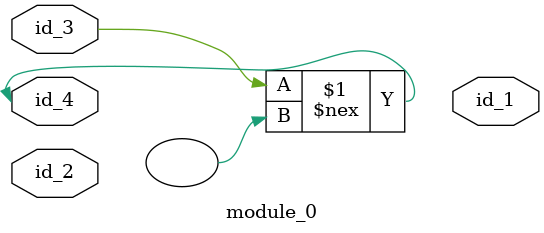
<source format=v>
module module_0 (
    id_1,
    id_2,
    id_3,
    id_4
);
  inout id_4;
  inout id_3;
  inout id_2;
  output id_1;
  assign id_4 = id_3 !== "";
endmodule

</source>
